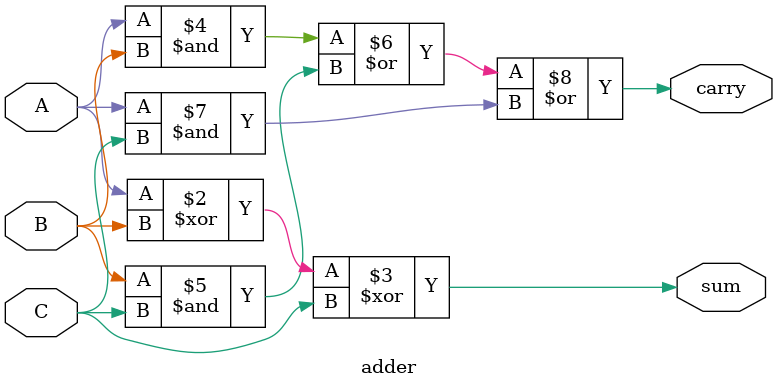
<source format=v>
`timescale 1s / 1s
module adder(input A,B,C, output reg sum, carry);
    always @(A or B or C) begin
        sum = A^B^C;
        carry = (A&B)|(B&C)|(A&C);
        end
endmodule

</source>
